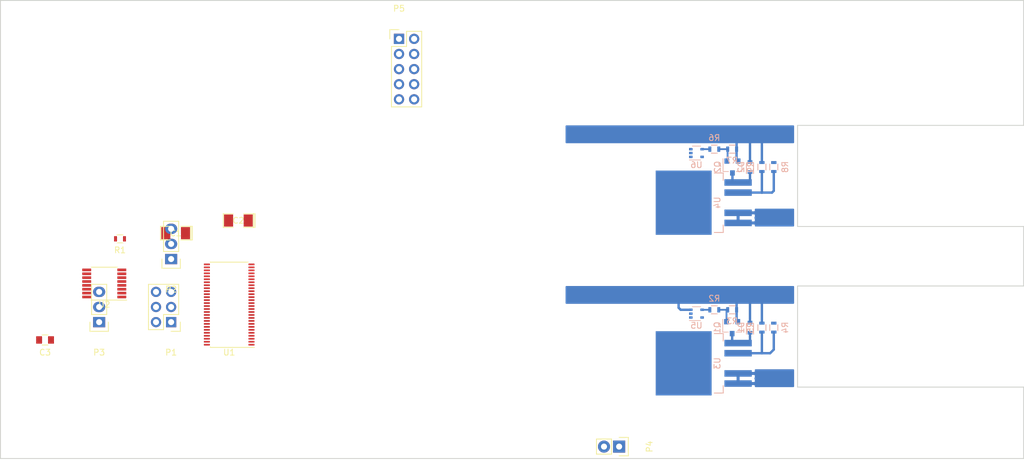
<source format=kicad_pcb>
(kicad_pcb (version 4) (host pcbnew 4.0.4+e1-6308~48~ubuntu16.04.1-stable)

  (general
    (links 64)
    (no_connects 41)
    (area 89.924999 59.924999 262.075001 137.075001)
    (thickness 1.6)
    (drawings 12)
    (tracks 45)
    (zones 0)
    (modules 27)
    (nets 26)
  )

  (page A4)
  (layers
    (0 F.Cu signal)
    (31 B.Cu signal)
    (32 B.Adhes user)
    (33 F.Adhes user)
    (34 B.Paste user)
    (35 F.Paste user)
    (36 B.SilkS user)
    (37 F.SilkS user)
    (38 B.Mask user)
    (39 F.Mask user)
    (40 Dwgs.User user)
    (41 Cmts.User user)
    (42 Eco1.User user)
    (43 Eco2.User user)
    (44 Edge.Cuts user)
    (45 Margin user)
    (46 B.CrtYd user)
    (47 F.CrtYd user)
    (48 B.Fab user)
    (49 F.Fab user)
  )

  (setup
    (last_trace_width 0.25)
    (user_trace_width 0.3)
    (user_trace_width 0.4)
    (user_trace_width 0.5)
    (user_trace_width 0.6)
    (trace_clearance 0.2)
    (zone_clearance 0.508)
    (zone_45_only no)
    (trace_min 0.2)
    (segment_width 0.2)
    (edge_width 0.15)
    (via_size 0.6)
    (via_drill 0.4)
    (via_min_size 0.4)
    (via_min_drill 0.3)
    (uvia_size 0.3)
    (uvia_drill 0.1)
    (uvias_allowed no)
    (uvia_min_size 0.2)
    (uvia_min_drill 0.1)
    (pcb_text_width 0.3)
    (pcb_text_size 1.5 1.5)
    (mod_edge_width 0.15)
    (mod_text_size 1 1)
    (mod_text_width 0.15)
    (pad_size 1.524 1.524)
    (pad_drill 0.762)
    (pad_to_mask_clearance 0.2)
    (aux_axis_origin 0 0)
    (visible_elements FFFCFF7F)
    (pcbplotparams
      (layerselection 0x00030_80000001)
      (usegerberextensions false)
      (excludeedgelayer true)
      (linewidth 0.100000)
      (plotframeref false)
      (viasonmask false)
      (mode 1)
      (useauxorigin false)
      (hpglpennumber 1)
      (hpglpenspeed 20)
      (hpglpendiameter 15)
      (hpglpenoverlay 2)
      (psnegative false)
      (psa4output false)
      (plotreference true)
      (plotvalue true)
      (plotinvisibletext false)
      (padsonsilk false)
      (subtractmaskfromsilk false)
      (outputformat 1)
      (mirror false)
      (drillshape 1)
      (scaleselection 1)
      (outputdirectory ""))
  )

  (net 0 "")
  (net 1 +3V3)
  (net 2 GND)
  (net 3 "Net-(C2-Pad1)")
  (net 4 "Net-(C3-Pad1)")
  (net 5 /SDA)
  (net 6 /SCL)
  (net 7 "Net-(P2-Pad2)")
  (net 8 "Net-(P3-Pad2)")
  (net 9 "Net-(Q1-Pad1)")
  (net 10 "Net-(D1-Pad1)")
  (net 11 "Net-(Q2-Pad1)")
  (net 12 "Net-(D2-Pad1)")
  (net 13 "Net-(R4-Pad1)")
  (net 14 /pwr_mod_1/Current_Feedback)
  (net 15 "Net-(R8-Pad1)")
  (net 16 /pwr_mod_2/Current_Feedback)
  (net 17 /pwr_mod_1/Power_Out)
  (net 18 +BATT)
  (net 19 /pwr_mod_2/Power_Out)
  (net 20 /pwr_mod_1/Power_Enanle_B)
  (net 21 "Net-(R2-Pad2)")
  (net 22 "Net-(R6-Pad2)")
  (net 23 /pwr_mod_1/Power_Enable_A)
  (net 24 /pwr_mod_2/Power_Enable_A)
  (net 25 /PWM1)

  (net_class Default "This is the default net class."
    (clearance 0.2)
    (trace_width 0.25)
    (via_dia 0.6)
    (via_drill 0.4)
    (uvia_dia 0.3)
    (uvia_drill 0.1)
    (add_net +3V3)
    (add_net +BATT)
    (add_net /PWM1)
    (add_net /SCL)
    (add_net /SDA)
    (add_net /pwr_mod_1/Current_Feedback)
    (add_net /pwr_mod_1/Power_Enable_A)
    (add_net /pwr_mod_1/Power_Enanle_B)
    (add_net /pwr_mod_1/Power_Out)
    (add_net /pwr_mod_2/Current_Feedback)
    (add_net /pwr_mod_2/Power_Enable_A)
    (add_net /pwr_mod_2/Power_Out)
    (add_net GND)
    (add_net "Net-(C2-Pad1)")
    (add_net "Net-(C3-Pad1)")
    (add_net "Net-(D1-Pad1)")
    (add_net "Net-(D2-Pad1)")
    (add_net "Net-(P2-Pad2)")
    (add_net "Net-(P3-Pad2)")
    (add_net "Net-(Q1-Pad1)")
    (add_net "Net-(Q2-Pad1)")
    (add_net "Net-(R2-Pad2)")
    (add_net "Net-(R4-Pad1)")
    (add_net "Net-(R6-Pad2)")
    (add_net "Net-(R8-Pad1)")
  )

  (module TO_SOT_Packages_SMD:TO-263-5Lead (layer B.Cu) (tedit 584FC7B4) (tstamp 584EEB30)
    (at 214 94 180)
    (descr "D2PAK / TO-263 3-lead smd package")
    (tags "D2PAK D2PAK-3 TO-263AB TO-263")
    (path /584F5DF6/584EF2BD)
    (attr smd)
    (fp_text reference U4 (at 3.5 0 450) (layer B.SilkS)
      (effects (font (size 1 1) (thickness 0.15)) (justify mirror))
    )
    (fp_text value AUIPS7111S (at 15.25 0.25 450) (layer B.Fab)
      (effects (font (size 1 1) (thickness 0.15)) (justify mirror))
    )
    (fp_line (start 14.1 -5.65) (end -2.55 -5.65) (layer B.CrtYd) (width 0.05))
    (fp_line (start 14.1 5.65) (end 14.1 -5.65) (layer B.CrtYd) (width 0.05))
    (fp_line (start 14.1 5.65) (end -2.55 5.65) (layer B.CrtYd) (width 0.05))
    (fp_line (start -2.55 5.65) (end -2.55 -5.65) (layer B.CrtYd) (width 0.05))
    (fp_line (start 2.5 -5) (end 2.5 -3.75) (layer B.SilkS) (width 0.15))
    (fp_line (start 2.5 -5) (end 4 -5) (layer B.SilkS) (width 0.15))
    (fp_line (start 2.5 5) (end 4 5) (layer B.SilkS) (width 0.15))
    (fp_line (start 2.5 5) (end 2.5 3.75) (layer B.SilkS) (width 0.15))
    (pad 5 smd rect (at 0 -3.4 180) (size 4.6 1.1) (layers B.Cu B.Paste B.Mask)
      (net 19 /pwr_mod_2/Power_Out))
    (pad 4 smd rect (at 0 -1.7 180) (size 4.6 1.1) (layers B.Cu B.Paste B.Mask)
      (net 19 /pwr_mod_2/Power_Out))
    (pad 2 smd rect (at 0 1.7 180) (size 4.6 1.1) (layers B.Cu B.Paste B.Mask)
      (net 15 "Net-(R8-Pad1)"))
    (pad 3 smd rect (at 9.15 0 180) (size 9.4 10.8) (layers B.Cu B.Paste B.Mask)
      (net 18 +BATT))
    (pad 1 smd rect (at 0 3.4 180) (size 4.6 1.1) (layers B.Cu B.Paste B.Mask)
      (net 12 "Net-(D2-Pad1)"))
    (model TO_SOT_Packages_SMD.3dshapes/TO-263-5Lead.wrl
      (at (xyz 0 0 0))
      (scale (xyz 1 1 1))
      (rotate (xyz 0 0 90))
    )
  )

  (module TO_SOT_Packages_SMD:TO-263-5Lead (layer B.Cu) (tedit 584FC727) (tstamp 584EEB26)
    (at 214 121 180)
    (descr "D2PAK / TO-263 3-lead smd package")
    (tags "D2PAK D2PAK-3 TO-263AB TO-263")
    (path /584F1774/584EF2BD)
    (attr smd)
    (fp_text reference U3 (at 3.5 0 450) (layer B.SilkS)
      (effects (font (size 1 1) (thickness 0.15)) (justify mirror))
    )
    (fp_text value AUIPS7111S (at 15.25 0.25 450) (layer B.Fab)
      (effects (font (size 1 1) (thickness 0.15)) (justify mirror))
    )
    (fp_line (start 14.1 -5.65) (end -2.55 -5.65) (layer B.CrtYd) (width 0.05))
    (fp_line (start 14.1 5.65) (end 14.1 -5.65) (layer B.CrtYd) (width 0.05))
    (fp_line (start 14.1 5.65) (end -2.55 5.65) (layer B.CrtYd) (width 0.05))
    (fp_line (start -2.55 5.65) (end -2.55 -5.65) (layer B.CrtYd) (width 0.05))
    (fp_line (start 2.5 -5) (end 2.5 -3.75) (layer B.SilkS) (width 0.15))
    (fp_line (start 2.5 -5) (end 4 -5) (layer B.SilkS) (width 0.15))
    (fp_line (start 2.5 5) (end 4 5) (layer B.SilkS) (width 0.15))
    (fp_line (start 2.5 5) (end 2.5 3.75) (layer B.SilkS) (width 0.15))
    (pad 5 smd rect (at 0 -3.4 180) (size 4.6 1.1) (layers B.Cu B.Paste B.Mask)
      (net 17 /pwr_mod_1/Power_Out))
    (pad 4 smd rect (at 0 -1.7 180) (size 4.6 1.1) (layers B.Cu B.Paste B.Mask)
      (net 17 /pwr_mod_1/Power_Out))
    (pad 2 smd rect (at 0 1.7 180) (size 4.6 1.1) (layers B.Cu B.Paste B.Mask)
      (net 13 "Net-(R4-Pad1)"))
    (pad 3 smd rect (at 9.15 0 180) (size 9.4 10.8) (layers B.Cu B.Paste B.Mask)
      (net 18 +BATT))
    (pad 1 smd rect (at 0 3.4 180) (size 4.6 1.1) (layers B.Cu B.Paste B.Mask)
      (net 10 "Net-(D1-Pad1)"))
    (model TO_SOT_Packages_SMD.3dshapes/TO-263-5Lead.wrl
      (at (xyz 0 0 0))
      (scale (xyz 1 1 1))
      (rotate (xyz 0 0 90))
    )
  )

  (module Capacitors_SMD:C_0805 (layer F.Cu) (tedit 5415D6EA) (tstamp 584EEA70)
    (at 97.498843 117.071405 180)
    (descr "Capacitor SMD 0805, reflow soldering, AVX (see smccp.pdf)")
    (tags "capacitor 0805")
    (path /584F304D)
    (attr smd)
    (fp_text reference C3 (at 0 -2.1 180) (layer F.SilkS)
      (effects (font (size 1 1) (thickness 0.15)))
    )
    (fp_text value C (at 0 2.1 180) (layer F.Fab)
      (effects (font (size 1 1) (thickness 0.15)))
    )
    (fp_line (start -1 0.625) (end -1 -0.625) (layer F.Fab) (width 0.15))
    (fp_line (start 1 0.625) (end -1 0.625) (layer F.Fab) (width 0.15))
    (fp_line (start 1 -0.625) (end 1 0.625) (layer F.Fab) (width 0.15))
    (fp_line (start -1 -0.625) (end 1 -0.625) (layer F.Fab) (width 0.15))
    (fp_line (start -1.8 -1) (end 1.8 -1) (layer F.CrtYd) (width 0.05))
    (fp_line (start -1.8 1) (end 1.8 1) (layer F.CrtYd) (width 0.05))
    (fp_line (start -1.8 -1) (end -1.8 1) (layer F.CrtYd) (width 0.05))
    (fp_line (start 1.8 -1) (end 1.8 1) (layer F.CrtYd) (width 0.05))
    (fp_line (start 0.5 -0.85) (end -0.5 -0.85) (layer F.SilkS) (width 0.15))
    (fp_line (start -0.5 0.85) (end 0.5 0.85) (layer F.SilkS) (width 0.15))
    (pad 1 smd rect (at -1 0 180) (size 1 1.25) (layers F.Cu F.Paste F.Mask)
      (net 4 "Net-(C3-Pad1)"))
    (pad 2 smd rect (at 1 0 180) (size 1 1.25) (layers F.Cu F.Paste F.Mask)
      (net 2 GND))
    (model Capacitors_SMD.3dshapes/C_0805.wrl
      (at (xyz 0 0 0))
      (scale (xyz 1 1 1))
      (rotate (xyz 0 0 0))
    )
  )

  (module TO_SOT_Packages_SMD:SOT-23 (layer B.Cu) (tedit 583F39EB) (tstamp 584EEA8F)
    (at 213 115 270)
    (descr "SOT-23, Standard")
    (tags SOT-23)
    (path /584F1774/584EF2D9)
    (attr smd)
    (fp_text reference Q1 (at 0 2.5 270) (layer B.SilkS)
      (effects (font (size 1 1) (thickness 0.15)) (justify mirror))
    )
    (fp_text value BC847CE6327HTSA1 (at 0 -2.5 270) (layer B.Fab)
      (effects (font (size 1 1) (thickness 0.15)) (justify mirror))
    )
    (fp_line (start 0.76 -1.58) (end 0.76 -0.65) (layer B.SilkS) (width 0.12))
    (fp_line (start 0.76 1.58) (end 0.76 0.65) (layer B.SilkS) (width 0.12))
    (fp_line (start 0.7 1.52) (end 0.7 -1.52) (layer B.Fab) (width 0.15))
    (fp_line (start -0.7 -1.52) (end 0.7 -1.52) (layer B.Fab) (width 0.15))
    (fp_line (start -1.7 1.75) (end 1.7 1.75) (layer B.CrtYd) (width 0.05))
    (fp_line (start 1.7 1.75) (end 1.7 -1.75) (layer B.CrtYd) (width 0.05))
    (fp_line (start 1.7 -1.75) (end -1.7 -1.75) (layer B.CrtYd) (width 0.05))
    (fp_line (start -1.7 -1.75) (end -1.7 1.75) (layer B.CrtYd) (width 0.05))
    (fp_line (start 0.76 1.58) (end -1.4 1.58) (layer B.SilkS) (width 0.12))
    (fp_line (start -0.7 1.52) (end 0.7 1.52) (layer B.Fab) (width 0.15))
    (fp_line (start -0.7 1.52) (end -0.7 -1.52) (layer B.Fab) (width 0.15))
    (fp_line (start 0.76 -1.58) (end -0.7 -1.58) (layer B.SilkS) (width 0.12))
    (pad 1 smd rect (at -1 0.95 270) (size 0.9 0.8) (layers B.Cu B.Paste B.Mask)
      (net 9 "Net-(Q1-Pad1)"))
    (pad 2 smd rect (at -1 -0.95 270) (size 0.9 0.8) (layers B.Cu B.Paste B.Mask)
      (net 2 GND))
    (pad 3 smd rect (at 1 0 270) (size 0.9 0.8) (layers B.Cu B.Paste B.Mask)
      (net 10 "Net-(D1-Pad1)"))
    (model TO_SOT_Packages_SMD.3dshapes/SOT-23.wrl
      (at (xyz 0 0 0))
      (scale (xyz 1 1 1))
      (rotate (xyz 0 0 90))
    )
  )

  (module TO_SOT_Packages_SMD:SOT-23 (layer B.Cu) (tedit 583F39EB) (tstamp 584EEA96)
    (at 213.05 88 270)
    (descr "SOT-23, Standard")
    (tags SOT-23)
    (path /584F5DF6/584EF2D9)
    (attr smd)
    (fp_text reference Q2 (at 0 2.5 270) (layer B.SilkS)
      (effects (font (size 1 1) (thickness 0.15)) (justify mirror))
    )
    (fp_text value BC847CE6327HTSA1 (at 0 -2.5 270) (layer B.Fab)
      (effects (font (size 1 1) (thickness 0.15)) (justify mirror))
    )
    (fp_line (start 0.76 -1.58) (end 0.76 -0.65) (layer B.SilkS) (width 0.12))
    (fp_line (start 0.76 1.58) (end 0.76 0.65) (layer B.SilkS) (width 0.12))
    (fp_line (start 0.7 1.52) (end 0.7 -1.52) (layer B.Fab) (width 0.15))
    (fp_line (start -0.7 -1.52) (end 0.7 -1.52) (layer B.Fab) (width 0.15))
    (fp_line (start -1.7 1.75) (end 1.7 1.75) (layer B.CrtYd) (width 0.05))
    (fp_line (start 1.7 1.75) (end 1.7 -1.75) (layer B.CrtYd) (width 0.05))
    (fp_line (start 1.7 -1.75) (end -1.7 -1.75) (layer B.CrtYd) (width 0.05))
    (fp_line (start -1.7 -1.75) (end -1.7 1.75) (layer B.CrtYd) (width 0.05))
    (fp_line (start 0.76 1.58) (end -1.4 1.58) (layer B.SilkS) (width 0.12))
    (fp_line (start -0.7 1.52) (end 0.7 1.52) (layer B.Fab) (width 0.15))
    (fp_line (start -0.7 1.52) (end -0.7 -1.52) (layer B.Fab) (width 0.15))
    (fp_line (start 0.76 -1.58) (end -0.7 -1.58) (layer B.SilkS) (width 0.12))
    (pad 1 smd rect (at -1 0.95 270) (size 0.9 0.8) (layers B.Cu B.Paste B.Mask)
      (net 11 "Net-(Q2-Pad1)"))
    (pad 2 smd rect (at -1 -0.95 270) (size 0.9 0.8) (layers B.Cu B.Paste B.Mask)
      (net 2 GND))
    (pad 3 smd rect (at 1 0 270) (size 0.9 0.8) (layers B.Cu B.Paste B.Mask)
      (net 12 "Net-(D2-Pad1)"))
    (model TO_SOT_Packages_SMD.3dshapes/SOT-23.wrl
      (at (xyz 0 0 0))
      (scale (xyz 1 1 1))
      (rotate (xyz 0 0 90))
    )
  )

  (module Resistors_SMD:R_0603 (layer F.Cu) (tedit 58307A47) (tstamp 584EEA9C)
    (at 110.098842 100.071406 180)
    (descr "Resistor SMD 0603, reflow soldering, Vishay (see dcrcw.pdf)")
    (tags "resistor 0603")
    (path /584EFEAE)
    (attr smd)
    (fp_text reference R1 (at 0 -1.9 180) (layer F.SilkS)
      (effects (font (size 1 1) (thickness 0.15)))
    )
    (fp_text value R (at 0 1.9 180) (layer F.Fab)
      (effects (font (size 1 1) (thickness 0.15)))
    )
    (fp_line (start -0.8 0.4) (end -0.8 -0.4) (layer F.Fab) (width 0.1))
    (fp_line (start 0.8 0.4) (end -0.8 0.4) (layer F.Fab) (width 0.1))
    (fp_line (start 0.8 -0.4) (end 0.8 0.4) (layer F.Fab) (width 0.1))
    (fp_line (start -0.8 -0.4) (end 0.8 -0.4) (layer F.Fab) (width 0.1))
    (fp_line (start -1.3 -0.8) (end 1.3 -0.8) (layer F.CrtYd) (width 0.05))
    (fp_line (start -1.3 0.8) (end 1.3 0.8) (layer F.CrtYd) (width 0.05))
    (fp_line (start -1.3 -0.8) (end -1.3 0.8) (layer F.CrtYd) (width 0.05))
    (fp_line (start 1.3 -0.8) (end 1.3 0.8) (layer F.CrtYd) (width 0.05))
    (fp_line (start 0.5 0.675) (end -0.5 0.675) (layer F.SilkS) (width 0.15))
    (fp_line (start -0.5 -0.675) (end 0.5 -0.675) (layer F.SilkS) (width 0.15))
    (pad 1 smd rect (at -0.75 0 180) (size 0.5 0.9) (layers F.Cu F.Paste F.Mask)
      (net 3 "Net-(C2-Pad1)"))
    (pad 2 smd rect (at 0.75 0 180) (size 0.5 0.9) (layers F.Cu F.Paste F.Mask)
      (net 1 +3V3))
    (model Resistors_SMD.3dshapes/R_0603.wrl
      (at (xyz 0 0 0))
      (scale (xyz 1 1 1))
      (rotate (xyz 0 0 0))
    )
  )

  (module Resistors_SMD:R_0603 (layer B.Cu) (tedit 58307A47) (tstamp 584EEAA2)
    (at 210 112 180)
    (descr "Resistor SMD 0603, reflow soldering, Vishay (see dcrcw.pdf)")
    (tags "resistor 0603")
    (path /584F1774/584EF2CB)
    (attr smd)
    (fp_text reference R2 (at 0 1.9 180) (layer B.SilkS)
      (effects (font (size 1 1) (thickness 0.15)) (justify mirror))
    )
    (fp_text value R (at 0 -1.9 180) (layer B.Fab)
      (effects (font (size 1 1) (thickness 0.15)) (justify mirror))
    )
    (fp_line (start -0.8 -0.4) (end -0.8 0.4) (layer B.Fab) (width 0.1))
    (fp_line (start 0.8 -0.4) (end -0.8 -0.4) (layer B.Fab) (width 0.1))
    (fp_line (start 0.8 0.4) (end 0.8 -0.4) (layer B.Fab) (width 0.1))
    (fp_line (start -0.8 0.4) (end 0.8 0.4) (layer B.Fab) (width 0.1))
    (fp_line (start -1.3 0.8) (end 1.3 0.8) (layer B.CrtYd) (width 0.05))
    (fp_line (start -1.3 -0.8) (end 1.3 -0.8) (layer B.CrtYd) (width 0.05))
    (fp_line (start -1.3 0.8) (end -1.3 -0.8) (layer B.CrtYd) (width 0.05))
    (fp_line (start 1.3 0.8) (end 1.3 -0.8) (layer B.CrtYd) (width 0.05))
    (fp_line (start 0.5 -0.675) (end -0.5 -0.675) (layer B.SilkS) (width 0.15))
    (fp_line (start -0.5 0.675) (end 0.5 0.675) (layer B.SilkS) (width 0.15))
    (pad 1 smd rect (at -0.75 0 180) (size 0.5 0.9) (layers B.Cu B.Paste B.Mask)
      (net 9 "Net-(Q1-Pad1)"))
    (pad 2 smd rect (at 0.75 0 180) (size 0.5 0.9) (layers B.Cu B.Paste B.Mask)
      (net 21 "Net-(R2-Pad2)"))
    (model Resistors_SMD.3dshapes/R_0603.wrl
      (at (xyz 0 0 0))
      (scale (xyz 1 1 1))
      (rotate (xyz 0 0 0))
    )
  )

  (module Resistors_SMD:R_0603 (layer B.Cu) (tedit 58307A47) (tstamp 584EEAA8)
    (at 213 112)
    (descr "Resistor SMD 0603, reflow soldering, Vishay (see dcrcw.pdf)")
    (tags "resistor 0603")
    (path /584F1774/584EF2C4)
    (attr smd)
    (fp_text reference R3 (at 0 1.9) (layer B.SilkS)
      (effects (font (size 1 1) (thickness 0.15)) (justify mirror))
    )
    (fp_text value R (at 0 -1.9) (layer B.Fab)
      (effects (font (size 1 1) (thickness 0.15)) (justify mirror))
    )
    (fp_line (start -0.8 -0.4) (end -0.8 0.4) (layer B.Fab) (width 0.1))
    (fp_line (start 0.8 -0.4) (end -0.8 -0.4) (layer B.Fab) (width 0.1))
    (fp_line (start 0.8 0.4) (end 0.8 -0.4) (layer B.Fab) (width 0.1))
    (fp_line (start -0.8 0.4) (end 0.8 0.4) (layer B.Fab) (width 0.1))
    (fp_line (start -1.3 0.8) (end 1.3 0.8) (layer B.CrtYd) (width 0.05))
    (fp_line (start -1.3 -0.8) (end 1.3 -0.8) (layer B.CrtYd) (width 0.05))
    (fp_line (start -1.3 0.8) (end -1.3 -0.8) (layer B.CrtYd) (width 0.05))
    (fp_line (start 1.3 0.8) (end 1.3 -0.8) (layer B.CrtYd) (width 0.05))
    (fp_line (start 0.5 -0.675) (end -0.5 -0.675) (layer B.SilkS) (width 0.15))
    (fp_line (start -0.5 0.675) (end 0.5 0.675) (layer B.SilkS) (width 0.15))
    (pad 1 smd rect (at -0.75 0) (size 0.5 0.9) (layers B.Cu B.Paste B.Mask)
      (net 9 "Net-(Q1-Pad1)"))
    (pad 2 smd rect (at 0.75 0) (size 0.5 0.9) (layers B.Cu B.Paste B.Mask)
      (net 2 GND))
    (model Resistors_SMD.3dshapes/R_0603.wrl
      (at (xyz 0 0 0))
      (scale (xyz 1 1 1))
      (rotate (xyz 0 0 0))
    )
  )

  (module Resistors_SMD:R_0603 (layer B.Cu) (tedit 58307A47) (tstamp 584EEAAE)
    (at 220 115 90)
    (descr "Resistor SMD 0603, reflow soldering, Vishay (see dcrcw.pdf)")
    (tags "resistor 0603")
    (path /584F1774/584EF2E7)
    (attr smd)
    (fp_text reference R4 (at 0 1.9 90) (layer B.SilkS)
      (effects (font (size 1 1) (thickness 0.15)) (justify mirror))
    )
    (fp_text value R (at 0 -1.9 90) (layer B.Fab)
      (effects (font (size 1 1) (thickness 0.15)) (justify mirror))
    )
    (fp_line (start -0.8 -0.4) (end -0.8 0.4) (layer B.Fab) (width 0.1))
    (fp_line (start 0.8 -0.4) (end -0.8 -0.4) (layer B.Fab) (width 0.1))
    (fp_line (start 0.8 0.4) (end 0.8 -0.4) (layer B.Fab) (width 0.1))
    (fp_line (start -0.8 0.4) (end 0.8 0.4) (layer B.Fab) (width 0.1))
    (fp_line (start -1.3 0.8) (end 1.3 0.8) (layer B.CrtYd) (width 0.05))
    (fp_line (start -1.3 -0.8) (end 1.3 -0.8) (layer B.CrtYd) (width 0.05))
    (fp_line (start -1.3 0.8) (end -1.3 -0.8) (layer B.CrtYd) (width 0.05))
    (fp_line (start 1.3 0.8) (end 1.3 -0.8) (layer B.CrtYd) (width 0.05))
    (fp_line (start 0.5 -0.675) (end -0.5 -0.675) (layer B.SilkS) (width 0.15))
    (fp_line (start -0.5 0.675) (end 0.5 0.675) (layer B.SilkS) (width 0.15))
    (pad 1 smd rect (at -0.75 0 90) (size 0.5 0.9) (layers B.Cu B.Paste B.Mask)
      (net 13 "Net-(R4-Pad1)"))
    (pad 2 smd rect (at 0.75 0 90) (size 0.5 0.9) (layers B.Cu B.Paste B.Mask)
      (net 14 /pwr_mod_1/Current_Feedback))
    (model Resistors_SMD.3dshapes/R_0603.wrl
      (at (xyz 0 0 0))
      (scale (xyz 1 1 1))
      (rotate (xyz 0 0 0))
    )
  )

  (module Resistors_SMD:R_0603 (layer B.Cu) (tedit 58307A47) (tstamp 584EEAB4)
    (at 218 115 270)
    (descr "Resistor SMD 0603, reflow soldering, Vishay (see dcrcw.pdf)")
    (tags "resistor 0603")
    (path /584F1774/584EF2D2)
    (attr smd)
    (fp_text reference R5 (at 0 1.9 270) (layer B.SilkS)
      (effects (font (size 1 1) (thickness 0.15)) (justify mirror))
    )
    (fp_text value R (at 0 -1.9 270) (layer B.Fab)
      (effects (font (size 1 1) (thickness 0.15)) (justify mirror))
    )
    (fp_line (start -0.8 -0.4) (end -0.8 0.4) (layer B.Fab) (width 0.1))
    (fp_line (start 0.8 -0.4) (end -0.8 -0.4) (layer B.Fab) (width 0.1))
    (fp_line (start 0.8 0.4) (end 0.8 -0.4) (layer B.Fab) (width 0.1))
    (fp_line (start -0.8 0.4) (end 0.8 0.4) (layer B.Fab) (width 0.1))
    (fp_line (start -1.3 0.8) (end 1.3 0.8) (layer B.CrtYd) (width 0.05))
    (fp_line (start -1.3 -0.8) (end 1.3 -0.8) (layer B.CrtYd) (width 0.05))
    (fp_line (start -1.3 0.8) (end -1.3 -0.8) (layer B.CrtYd) (width 0.05))
    (fp_line (start 1.3 0.8) (end 1.3 -0.8) (layer B.CrtYd) (width 0.05))
    (fp_line (start 0.5 -0.675) (end -0.5 -0.675) (layer B.SilkS) (width 0.15))
    (fp_line (start -0.5 0.675) (end 0.5 0.675) (layer B.SilkS) (width 0.15))
    (pad 1 smd rect (at -0.75 0 270) (size 0.5 0.9) (layers B.Cu B.Paste B.Mask)
      (net 2 GND))
    (pad 2 smd rect (at 0.75 0 270) (size 0.5 0.9) (layers B.Cu B.Paste B.Mask)
      (net 13 "Net-(R4-Pad1)"))
    (model Resistors_SMD.3dshapes/R_0603.wrl
      (at (xyz 0 0 0))
      (scale (xyz 1 1 1))
      (rotate (xyz 0 0 0))
    )
  )

  (module Resistors_SMD:R_0603 (layer B.Cu) (tedit 58307A47) (tstamp 584EEABA)
    (at 210 85 180)
    (descr "Resistor SMD 0603, reflow soldering, Vishay (see dcrcw.pdf)")
    (tags "resistor 0603")
    (path /584F5DF6/584EF2CB)
    (attr smd)
    (fp_text reference R6 (at 0 1.9 180) (layer B.SilkS)
      (effects (font (size 1 1) (thickness 0.15)) (justify mirror))
    )
    (fp_text value R (at 0 -1.9 180) (layer B.Fab)
      (effects (font (size 1 1) (thickness 0.15)) (justify mirror))
    )
    (fp_line (start -0.8 -0.4) (end -0.8 0.4) (layer B.Fab) (width 0.1))
    (fp_line (start 0.8 -0.4) (end -0.8 -0.4) (layer B.Fab) (width 0.1))
    (fp_line (start 0.8 0.4) (end 0.8 -0.4) (layer B.Fab) (width 0.1))
    (fp_line (start -0.8 0.4) (end 0.8 0.4) (layer B.Fab) (width 0.1))
    (fp_line (start -1.3 0.8) (end 1.3 0.8) (layer B.CrtYd) (width 0.05))
    (fp_line (start -1.3 -0.8) (end 1.3 -0.8) (layer B.CrtYd) (width 0.05))
    (fp_line (start -1.3 0.8) (end -1.3 -0.8) (layer B.CrtYd) (width 0.05))
    (fp_line (start 1.3 0.8) (end 1.3 -0.8) (layer B.CrtYd) (width 0.05))
    (fp_line (start 0.5 -0.675) (end -0.5 -0.675) (layer B.SilkS) (width 0.15))
    (fp_line (start -0.5 0.675) (end 0.5 0.675) (layer B.SilkS) (width 0.15))
    (pad 1 smd rect (at -0.75 0 180) (size 0.5 0.9) (layers B.Cu B.Paste B.Mask)
      (net 11 "Net-(Q2-Pad1)"))
    (pad 2 smd rect (at 0.75 0 180) (size 0.5 0.9) (layers B.Cu B.Paste B.Mask)
      (net 22 "Net-(R6-Pad2)"))
    (model Resistors_SMD.3dshapes/R_0603.wrl
      (at (xyz 0 0 0))
      (scale (xyz 1 1 1))
      (rotate (xyz 0 0 0))
    )
  )

  (module Resistors_SMD:R_0603 (layer B.Cu) (tedit 58307A47) (tstamp 584EEAC0)
    (at 213 85)
    (descr "Resistor SMD 0603, reflow soldering, Vishay (see dcrcw.pdf)")
    (tags "resistor 0603")
    (path /584F5DF6/584EF2C4)
    (attr smd)
    (fp_text reference R7 (at 0 1.9) (layer B.SilkS)
      (effects (font (size 1 1) (thickness 0.15)) (justify mirror))
    )
    (fp_text value R (at 0 -1.9) (layer B.Fab)
      (effects (font (size 1 1) (thickness 0.15)) (justify mirror))
    )
    (fp_line (start -0.8 -0.4) (end -0.8 0.4) (layer B.Fab) (width 0.1))
    (fp_line (start 0.8 -0.4) (end -0.8 -0.4) (layer B.Fab) (width 0.1))
    (fp_line (start 0.8 0.4) (end 0.8 -0.4) (layer B.Fab) (width 0.1))
    (fp_line (start -0.8 0.4) (end 0.8 0.4) (layer B.Fab) (width 0.1))
    (fp_line (start -1.3 0.8) (end 1.3 0.8) (layer B.CrtYd) (width 0.05))
    (fp_line (start -1.3 -0.8) (end 1.3 -0.8) (layer B.CrtYd) (width 0.05))
    (fp_line (start -1.3 0.8) (end -1.3 -0.8) (layer B.CrtYd) (width 0.05))
    (fp_line (start 1.3 0.8) (end 1.3 -0.8) (layer B.CrtYd) (width 0.05))
    (fp_line (start 0.5 -0.675) (end -0.5 -0.675) (layer B.SilkS) (width 0.15))
    (fp_line (start -0.5 0.675) (end 0.5 0.675) (layer B.SilkS) (width 0.15))
    (pad 1 smd rect (at -0.75 0) (size 0.5 0.9) (layers B.Cu B.Paste B.Mask)
      (net 11 "Net-(Q2-Pad1)"))
    (pad 2 smd rect (at 0.75 0) (size 0.5 0.9) (layers B.Cu B.Paste B.Mask)
      (net 2 GND))
    (model Resistors_SMD.3dshapes/R_0603.wrl
      (at (xyz 0 0 0))
      (scale (xyz 1 1 1))
      (rotate (xyz 0 0 0))
    )
  )

  (module Resistors_SMD:R_0603 (layer B.Cu) (tedit 58307A47) (tstamp 584EEAC6)
    (at 220 88 90)
    (descr "Resistor SMD 0603, reflow soldering, Vishay (see dcrcw.pdf)")
    (tags "resistor 0603")
    (path /584F5DF6/584EF2E7)
    (attr smd)
    (fp_text reference R8 (at 0 1.9 90) (layer B.SilkS)
      (effects (font (size 1 1) (thickness 0.15)) (justify mirror))
    )
    (fp_text value R (at 0 -1.9 90) (layer B.Fab)
      (effects (font (size 1 1) (thickness 0.15)) (justify mirror))
    )
    (fp_line (start -0.8 -0.4) (end -0.8 0.4) (layer B.Fab) (width 0.1))
    (fp_line (start 0.8 -0.4) (end -0.8 -0.4) (layer B.Fab) (width 0.1))
    (fp_line (start 0.8 0.4) (end 0.8 -0.4) (layer B.Fab) (width 0.1))
    (fp_line (start -0.8 0.4) (end 0.8 0.4) (layer B.Fab) (width 0.1))
    (fp_line (start -1.3 0.8) (end 1.3 0.8) (layer B.CrtYd) (width 0.05))
    (fp_line (start -1.3 -0.8) (end 1.3 -0.8) (layer B.CrtYd) (width 0.05))
    (fp_line (start -1.3 0.8) (end -1.3 -0.8) (layer B.CrtYd) (width 0.05))
    (fp_line (start 1.3 0.8) (end 1.3 -0.8) (layer B.CrtYd) (width 0.05))
    (fp_line (start 0.5 -0.675) (end -0.5 -0.675) (layer B.SilkS) (width 0.15))
    (fp_line (start -0.5 0.675) (end 0.5 0.675) (layer B.SilkS) (width 0.15))
    (pad 1 smd rect (at -0.75 0 90) (size 0.5 0.9) (layers B.Cu B.Paste B.Mask)
      (net 15 "Net-(R8-Pad1)"))
    (pad 2 smd rect (at 0.75 0 90) (size 0.5 0.9) (layers B.Cu B.Paste B.Mask)
      (net 16 /pwr_mod_2/Current_Feedback))
    (model Resistors_SMD.3dshapes/R_0603.wrl
      (at (xyz 0 0 0))
      (scale (xyz 1 1 1))
      (rotate (xyz 0 0 0))
    )
  )

  (module Resistors_SMD:R_0603 (layer B.Cu) (tedit 58307A47) (tstamp 584EEACC)
    (at 218 88 270)
    (descr "Resistor SMD 0603, reflow soldering, Vishay (see dcrcw.pdf)")
    (tags "resistor 0603")
    (path /584F5DF6/584EF2D2)
    (attr smd)
    (fp_text reference R9 (at 0 1.9 270) (layer B.SilkS)
      (effects (font (size 1 1) (thickness 0.15)) (justify mirror))
    )
    (fp_text value R (at 0 -1.9 270) (layer B.Fab)
      (effects (font (size 1 1) (thickness 0.15)) (justify mirror))
    )
    (fp_line (start -0.8 -0.4) (end -0.8 0.4) (layer B.Fab) (width 0.1))
    (fp_line (start 0.8 -0.4) (end -0.8 -0.4) (layer B.Fab) (width 0.1))
    (fp_line (start 0.8 0.4) (end 0.8 -0.4) (layer B.Fab) (width 0.1))
    (fp_line (start -0.8 0.4) (end 0.8 0.4) (layer B.Fab) (width 0.1))
    (fp_line (start -1.3 0.8) (end 1.3 0.8) (layer B.CrtYd) (width 0.05))
    (fp_line (start -1.3 -0.8) (end 1.3 -0.8) (layer B.CrtYd) (width 0.05))
    (fp_line (start -1.3 0.8) (end -1.3 -0.8) (layer B.CrtYd) (width 0.05))
    (fp_line (start 1.3 0.8) (end 1.3 -0.8) (layer B.CrtYd) (width 0.05))
    (fp_line (start 0.5 -0.675) (end -0.5 -0.675) (layer B.SilkS) (width 0.15))
    (fp_line (start -0.5 0.675) (end 0.5 0.675) (layer B.SilkS) (width 0.15))
    (pad 1 smd rect (at -0.75 0 270) (size 0.5 0.9) (layers B.Cu B.Paste B.Mask)
      (net 2 GND))
    (pad 2 smd rect (at 0.75 0 270) (size 0.5 0.9) (layers B.Cu B.Paste B.Mask)
      (net 15 "Net-(R8-Pad1)"))
    (model Resistors_SMD.3dshapes/R_0603.wrl
      (at (xyz 0 0 0))
      (scale (xyz 1 1 1))
      (rotate (xyz 0 0 0))
    )
  )

  (module Housings_SSOP:TSSOP-56_6.1x14mm_Pitch0.5mm (layer F.Cu) (tedit 57AFB1BC) (tstamp 584EEB08)
    (at 128.448842 111.121405 180)
    (descr "TSSOP56: plastic thin shrink small outline package; 56 leads; body width 6.1 mm (see NXP SSOP-TSSOP-VSO-REFLOW.pdf and sot364-1_po.pdf)")
    (tags "SSOP 0.5")
    (path /584F3E56)
    (attr smd)
    (fp_text reference U1 (at 0 -8.05 180) (layer F.SilkS)
      (effects (font (size 1 1) (thickness 0.15)))
    )
    (fp_text value PCA9698 (at 0 8.05 180) (layer F.Fab)
      (effects (font (size 1 1) (thickness 0.15)))
    )
    (fp_line (start -2.05 -7) (end 3.05 -7) (layer F.Fab) (width 0.15))
    (fp_line (start 3.05 -7) (end 3.05 7) (layer F.Fab) (width 0.15))
    (fp_line (start 3.05 7) (end -3.05 7) (layer F.Fab) (width 0.15))
    (fp_line (start -3.05 7) (end -3.05 -6) (layer F.Fab) (width 0.15))
    (fp_line (start -3.05 -6) (end -2.05 -7) (layer F.Fab) (width 0.15))
    (fp_line (start -4.5 -7.3) (end -4.5 7.3) (layer F.CrtYd) (width 0.05))
    (fp_line (start 4.5 -7.3) (end 4.5 7.3) (layer F.CrtYd) (width 0.05))
    (fp_line (start -4.5 -7.3) (end 4.5 -7.3) (layer F.CrtYd) (width 0.05))
    (fp_line (start -4.5 7.3) (end 4.5 7.3) (layer F.CrtYd) (width 0.05))
    (fp_line (start 3.175 -7.125) (end 3.175 -7.1175) (layer F.SilkS) (width 0.15))
    (fp_line (start 3.175 7.125) (end 3.175 7.1175) (layer F.SilkS) (width 0.15))
    (fp_line (start -3.175 7.125) (end -3.175 7.1175) (layer F.SilkS) (width 0.15))
    (fp_line (start -4.25 -7.2) (end 3.175 -7.2) (layer F.SilkS) (width 0.15))
    (fp_line (start -3.175 7.125) (end 3.175 7.125) (layer F.SilkS) (width 0.15))
    (pad 1 smd rect (at -3.75 -6.75 180) (size 1 0.285) (layers F.Cu F.Paste F.Mask)
      (net 5 /SDA))
    (pad 2 smd rect (at -3.75 -6.25 180) (size 1 0.285) (layers F.Cu F.Paste F.Mask)
      (net 6 /SCL))
    (pad 3 smd rect (at -3.75 -5.75 180) (size 1 0.285) (layers F.Cu F.Paste F.Mask)
      (net 23 /pwr_mod_1/Power_Enable_A))
    (pad 4 smd rect (at -3.75 -5.25 180) (size 1 0.285) (layers F.Cu F.Paste F.Mask)
      (net 24 /pwr_mod_2/Power_Enable_A))
    (pad 5 smd rect (at -3.75 -4.75 180) (size 1 0.285) (layers F.Cu F.Paste F.Mask))
    (pad 6 smd rect (at -3.75 -4.25 180) (size 1 0.285) (layers F.Cu F.Paste F.Mask)
      (net 2 GND))
    (pad 7 smd rect (at -3.75 -3.75 180) (size 1 0.285) (layers F.Cu F.Paste F.Mask))
    (pad 8 smd rect (at -3.75 -3.25 180) (size 1 0.285) (layers F.Cu F.Paste F.Mask))
    (pad 9 smd rect (at -3.75 -2.75 180) (size 1 0.285) (layers F.Cu F.Paste F.Mask))
    (pad 10 smd rect (at -3.75 -2.25 180) (size 1 0.285) (layers F.Cu F.Paste F.Mask))
    (pad 11 smd rect (at -3.75 -1.75 180) (size 1 0.285) (layers F.Cu F.Paste F.Mask)
      (net 2 GND))
    (pad 12 smd rect (at -3.75 -1.25 180) (size 1 0.285) (layers F.Cu F.Paste F.Mask))
    (pad 13 smd rect (at -3.75 -0.75 180) (size 1 0.285) (layers F.Cu F.Paste F.Mask))
    (pad 14 smd rect (at -3.75 -0.25 180) (size 1 0.285) (layers F.Cu F.Paste F.Mask))
    (pad 15 smd rect (at -3.75 0.25 180) (size 1 0.285) (layers F.Cu F.Paste F.Mask))
    (pad 16 smd rect (at -3.75 0.75 180) (size 1 0.285) (layers F.Cu F.Paste F.Mask))
    (pad 17 smd rect (at -3.75 1.25 180) (size 1 0.285) (layers F.Cu F.Paste F.Mask))
    (pad 18 smd rect (at -3.75 1.75 180) (size 1 0.285) (layers F.Cu F.Paste F.Mask)
      (net 1 +3V3))
    (pad 19 smd rect (at -3.75 2.25 180) (size 1 0.285) (layers F.Cu F.Paste F.Mask))
    (pad 20 smd rect (at -3.75 2.75 180) (size 1 0.285) (layers F.Cu F.Paste F.Mask))
    (pad 21 smd rect (at -3.75 3.25 180) (size 1 0.285) (layers F.Cu F.Paste F.Mask))
    (pad 22 smd rect (at -3.75 3.75 180) (size 1 0.285) (layers F.Cu F.Paste F.Mask))
    (pad 23 smd rect (at -3.75 4.25 180) (size 1 0.285) (layers F.Cu F.Paste F.Mask)
      (net 2 GND))
    (pad 24 smd rect (at -3.75 4.75 180) (size 1 0.285) (layers F.Cu F.Paste F.Mask))
    (pad 25 smd rect (at -3.75 5.25 180) (size 1 0.285) (layers F.Cu F.Paste F.Mask))
    (pad 26 smd rect (at -3.75 5.75 180) (size 1 0.285) (layers F.Cu F.Paste F.Mask))
    (pad 27 smd rect (at -3.75 6.25 180) (size 1 0.285) (layers F.Cu F.Paste F.Mask))
    (pad 28 smd rect (at -3.75 6.75 180) (size 1 0.285) (layers F.Cu F.Paste F.Mask))
    (pad 29 smd rect (at 3.75 6.75 180) (size 1 0.285) (layers F.Cu F.Paste F.Mask))
    (pad 30 smd rect (at 3.75 6.25 180) (size 1 0.285) (layers F.Cu F.Paste F.Mask))
    (pad 31 smd rect (at 3.75 5.75 180) (size 1 0.285) (layers F.Cu F.Paste F.Mask))
    (pad 32 smd rect (at 3.75 5.25 180) (size 1 0.285) (layers F.Cu F.Paste F.Mask))
    (pad 33 smd rect (at 3.75 4.75 180) (size 1 0.285) (layers F.Cu F.Paste F.Mask))
    (pad 34 smd rect (at 3.75 4.25 180) (size 1 0.285) (layers F.Cu F.Paste F.Mask)
      (net 2 GND))
    (pad 35 smd rect (at 3.75 3.75 180) (size 1 0.285) (layers F.Cu F.Paste F.Mask))
    (pad 36 smd rect (at 3.75 3.25 180) (size 1 0.285) (layers F.Cu F.Paste F.Mask))
    (pad 37 smd rect (at 3.75 2.75 180) (size 1 0.285) (layers F.Cu F.Paste F.Mask))
    (pad 38 smd rect (at 3.75 2.25 180) (size 1 0.285) (layers F.Cu F.Paste F.Mask))
    (pad 39 smd rect (at 3.75 1.75 180) (size 1 0.285) (layers F.Cu F.Paste F.Mask)
      (net 2 GND))
    (pad 40 smd rect (at 3.75 1.25 180) (size 1 0.285) (layers F.Cu F.Paste F.Mask))
    (pad 41 smd rect (at 3.75 0.75 180) (size 1 0.285) (layers F.Cu F.Paste F.Mask))
    (pad 42 smd rect (at 3.75 0.25 180) (size 1 0.285) (layers F.Cu F.Paste F.Mask))
    (pad 43 smd rect (at 3.75 -0.25 180) (size 1 0.285) (layers F.Cu F.Paste F.Mask))
    (pad 44 smd rect (at 3.75 -0.75 180) (size 1 0.285) (layers F.Cu F.Paste F.Mask))
    (pad 45 smd rect (at 3.75 -1.25 180) (size 1 0.285) (layers F.Cu F.Paste F.Mask))
    (pad 46 smd rect (at 3.75 -1.75 180) (size 1 0.285) (layers F.Cu F.Paste F.Mask)
      (net 1 +3V3))
    (pad 47 smd rect (at 3.75 -2.25 180) (size 1 0.285) (layers F.Cu F.Paste F.Mask))
    (pad 48 smd rect (at 3.75 -2.75 180) (size 1 0.285) (layers F.Cu F.Paste F.Mask))
    (pad 49 smd rect (at 3.75 -3.25 180) (size 1 0.285) (layers F.Cu F.Paste F.Mask))
    (pad 50 smd rect (at 3.75 -3.75 180) (size 1 0.285) (layers F.Cu F.Paste F.Mask))
    (pad 51 smd rect (at 3.75 -4.25 180) (size 1 0.285) (layers F.Cu F.Paste F.Mask)
      (net 2 GND))
    (pad 52 smd rect (at 3.75 -4.75 180) (size 1 0.285) (layers F.Cu F.Paste F.Mask))
    (pad 53 smd rect (at 3.75 -5.25 180) (size 1 0.285) (layers F.Cu F.Paste F.Mask))
    (pad 54 smd rect (at 3.75 -5.75 180) (size 1 0.285) (layers F.Cu F.Paste F.Mask))
    (pad 55 smd rect (at 3.75 -6.25 180) (size 1 0.285) (layers F.Cu F.Paste F.Mask))
    (pad 56 smd rect (at 3.75 -6.75 180) (size 1 0.285) (layers F.Cu F.Paste F.Mask))
    (model Housings_SSOP.3dshapes/TSSOP-56_6.1x14mm_Pitch0.5mm.wrl
      (at (xyz 0 0 0))
      (scale (xyz 1 1 1))
      (rotate (xyz 0 0 0))
    )
  )

  (module Housings_SSOP:TSSOP-16_4.4x5mm_Pitch0.65mm (layer F.Cu) (tedit 54130A77) (tstamp 584EEB1C)
    (at 107.448843 107.571405 180)
    (descr "16-Lead Plastic Thin Shrink Small Outline (ST)-4.4 mm Body [TSSOP] (see Microchip Packaging Specification 00000049BS.pdf)")
    (tags "SSOP 0.65")
    (path /584EEB52)
    (attr smd)
    (fp_text reference U2 (at 0 -3.55 180) (layer F.SilkS)
      (effects (font (size 1 1) (thickness 0.15)))
    )
    (fp_text value ADS7828 (at 0 3.55 180) (layer F.Fab)
      (effects (font (size 1 1) (thickness 0.15)))
    )
    (fp_line (start -1.2 -2.5) (end 2.2 -2.5) (layer F.Fab) (width 0.15))
    (fp_line (start 2.2 -2.5) (end 2.2 2.5) (layer F.Fab) (width 0.15))
    (fp_line (start 2.2 2.5) (end -2.2 2.5) (layer F.Fab) (width 0.15))
    (fp_line (start -2.2 2.5) (end -2.2 -1.5) (layer F.Fab) (width 0.15))
    (fp_line (start -2.2 -1.5) (end -1.2 -2.5) (layer F.Fab) (width 0.15))
    (fp_line (start -3.95 -2.9) (end -3.95 2.8) (layer F.CrtYd) (width 0.05))
    (fp_line (start 3.95 -2.9) (end 3.95 2.8) (layer F.CrtYd) (width 0.05))
    (fp_line (start -3.95 -2.9) (end 3.95 -2.9) (layer F.CrtYd) (width 0.05))
    (fp_line (start -3.95 2.8) (end 3.95 2.8) (layer F.CrtYd) (width 0.05))
    (fp_line (start -2.2 2.725) (end 2.2 2.725) (layer F.SilkS) (width 0.15))
    (fp_line (start -3.775 -2.8) (end 2.2 -2.8) (layer F.SilkS) (width 0.15))
    (pad 1 smd rect (at -2.95 -2.275 180) (size 1.5 0.45) (layers F.Cu F.Paste F.Mask)
      (net 14 /pwr_mod_1/Current_Feedback))
    (pad 2 smd rect (at -2.95 -1.625 180) (size 1.5 0.45) (layers F.Cu F.Paste F.Mask)
      (net 16 /pwr_mod_2/Current_Feedback))
    (pad 3 smd rect (at -2.95 -0.975 180) (size 1.5 0.45) (layers F.Cu F.Paste F.Mask))
    (pad 4 smd rect (at -2.95 -0.325 180) (size 1.5 0.45) (layers F.Cu F.Paste F.Mask))
    (pad 5 smd rect (at -2.95 0.325 180) (size 1.5 0.45) (layers F.Cu F.Paste F.Mask))
    (pad 6 smd rect (at -2.95 0.975 180) (size 1.5 0.45) (layers F.Cu F.Paste F.Mask))
    (pad 7 smd rect (at -2.95 1.625 180) (size 1.5 0.45) (layers F.Cu F.Paste F.Mask))
    (pad 8 smd rect (at -2.95 2.275 180) (size 1.5 0.45) (layers F.Cu F.Paste F.Mask))
    (pad 9 smd rect (at 2.95 2.275 180) (size 1.5 0.45) (layers F.Cu F.Paste F.Mask)
      (net 2 GND))
    (pad 10 smd rect (at 2.95 1.625 180) (size 1.5 0.45) (layers F.Cu F.Paste F.Mask)
      (net 4 "Net-(C3-Pad1)"))
    (pad 11 smd rect (at 2.95 0.975 180) (size 1.5 0.45) (layers F.Cu F.Paste F.Mask)
      (net 2 GND))
    (pad 12 smd rect (at 2.95 0.325 180) (size 1.5 0.45) (layers F.Cu F.Paste F.Mask)
      (net 8 "Net-(P3-Pad2)"))
    (pad 13 smd rect (at 2.95 -0.325 180) (size 1.5 0.45) (layers F.Cu F.Paste F.Mask)
      (net 7 "Net-(P2-Pad2)"))
    (pad 14 smd rect (at 2.95 -0.975 180) (size 1.5 0.45) (layers F.Cu F.Paste F.Mask)
      (net 6 /SCL))
    (pad 15 smd rect (at 2.95 -1.625 180) (size 1.5 0.45) (layers F.Cu F.Paste F.Mask)
      (net 5 /SDA))
    (pad 16 smd rect (at 2.95 -2.275 180) (size 1.5 0.45) (layers F.Cu F.Paste F.Mask)
      (net 3 "Net-(C2-Pad1)"))
    (model Housings_SSOP.3dshapes/TSSOP-16_4.4x5mm_Pitch0.65mm.wrl
      (at (xyz 0 0 0))
      (scale (xyz 1 1 1))
      (rotate (xyz 0 0 0))
    )
  )

  (module Pin_Headers:Pin_Header_Straight_2x03 (layer F.Cu) (tedit 54EA0A4B) (tstamp 584EEC0D)
    (at 118.69051 114.071406 180)
    (descr "Through hole pin header")
    (tags "pin header")
    (path /584F36AD)
    (fp_text reference P1 (at 0 -5.1 180) (layer F.SilkS)
      (effects (font (size 1 1) (thickness 0.15)))
    )
    (fp_text value CONN_02X03 (at 0 -3.1 180) (layer F.Fab)
      (effects (font (size 1 1) (thickness 0.15)))
    )
    (fp_line (start -1.27 1.27) (end -1.27 6.35) (layer F.SilkS) (width 0.15))
    (fp_line (start -1.55 -1.55) (end 0 -1.55) (layer F.SilkS) (width 0.15))
    (fp_line (start -1.75 -1.75) (end -1.75 6.85) (layer F.CrtYd) (width 0.05))
    (fp_line (start 4.3 -1.75) (end 4.3 6.85) (layer F.CrtYd) (width 0.05))
    (fp_line (start -1.75 -1.75) (end 4.3 -1.75) (layer F.CrtYd) (width 0.05))
    (fp_line (start -1.75 6.85) (end 4.3 6.85) (layer F.CrtYd) (width 0.05))
    (fp_line (start 1.27 -1.27) (end 1.27 1.27) (layer F.SilkS) (width 0.15))
    (fp_line (start 1.27 1.27) (end -1.27 1.27) (layer F.SilkS) (width 0.15))
    (fp_line (start -1.27 6.35) (end 3.81 6.35) (layer F.SilkS) (width 0.15))
    (fp_line (start 3.81 6.35) (end 3.81 1.27) (layer F.SilkS) (width 0.15))
    (fp_line (start -1.55 -1.55) (end -1.55 0) (layer F.SilkS) (width 0.15))
    (fp_line (start 3.81 -1.27) (end 1.27 -1.27) (layer F.SilkS) (width 0.15))
    (fp_line (start 3.81 1.27) (end 3.81 -1.27) (layer F.SilkS) (width 0.15))
    (pad 1 thru_hole rect (at 0 0 180) (size 1.7272 1.7272) (drill 1.016) (layers *.Cu *.Mask)
      (net 2 GND))
    (pad 2 thru_hole oval (at 2.54 0 180) (size 1.7272 1.7272) (drill 1.016) (layers *.Cu *.Mask)
      (net 1 +3V3))
    (pad 3 thru_hole oval (at 0 2.54 180) (size 1.7272 1.7272) (drill 1.016) (layers *.Cu *.Mask)
      (net 5 /SDA))
    (pad 4 thru_hole oval (at 2.54 2.54 180) (size 1.7272 1.7272) (drill 1.016) (layers *.Cu *.Mask))
    (pad 5 thru_hole oval (at 0 5.08 180) (size 1.7272 1.7272) (drill 1.016) (layers *.Cu *.Mask)
      (net 6 /SCL))
    (pad 6 thru_hole oval (at 2.54 5.08 180) (size 1.7272 1.7272) (drill 1.016) (layers *.Cu *.Mask))
    (model Pin_Headers.3dshapes/Pin_Header_Straight_2x03.wrl
      (at (xyz 0.05 -0.1 0))
      (scale (xyz 1 1 1))
      (rotate (xyz 0 0 90))
    )
  )

  (module Pin_Headers:Pin_Header_Straight_1x03 (layer F.Cu) (tedit 0) (tstamp 584EEC16)
    (at 118.69051 103.471406 180)
    (descr "Through hole pin header")
    (tags "pin header")
    (path /584F2617)
    (fp_text reference P2 (at 0 -5.1 180) (layer F.SilkS)
      (effects (font (size 1 1) (thickness 0.15)))
    )
    (fp_text value CONN_01X03 (at 0 -3.1 180) (layer F.Fab)
      (effects (font (size 1 1) (thickness 0.15)))
    )
    (fp_line (start -1.75 -1.75) (end -1.75 6.85) (layer F.CrtYd) (width 0.05))
    (fp_line (start 1.75 -1.75) (end 1.75 6.85) (layer F.CrtYd) (width 0.05))
    (fp_line (start -1.75 -1.75) (end 1.75 -1.75) (layer F.CrtYd) (width 0.05))
    (fp_line (start -1.75 6.85) (end 1.75 6.85) (layer F.CrtYd) (width 0.05))
    (fp_line (start -1.27 1.27) (end -1.27 6.35) (layer F.SilkS) (width 0.15))
    (fp_line (start -1.27 6.35) (end 1.27 6.35) (layer F.SilkS) (width 0.15))
    (fp_line (start 1.27 6.35) (end 1.27 1.27) (layer F.SilkS) (width 0.15))
    (fp_line (start 1.55 -1.55) (end 1.55 0) (layer F.SilkS) (width 0.15))
    (fp_line (start 1.27 1.27) (end -1.27 1.27) (layer F.SilkS) (width 0.15))
    (fp_line (start -1.55 0) (end -1.55 -1.55) (layer F.SilkS) (width 0.15))
    (fp_line (start -1.55 -1.55) (end 1.55 -1.55) (layer F.SilkS) (width 0.15))
    (pad 1 thru_hole rect (at 0 0 180) (size 2.032 1.7272) (drill 1.016) (layers *.Cu *.Mask)
      (net 2 GND))
    (pad 2 thru_hole oval (at 0 2.54 180) (size 2.032 1.7272) (drill 1.016) (layers *.Cu *.Mask)
      (net 7 "Net-(P2-Pad2)"))
    (pad 3 thru_hole oval (at 0 5.08 180) (size 2.032 1.7272) (drill 1.016) (layers *.Cu *.Mask)
      (net 1 +3V3))
    (model Pin_Headers.3dshapes/Pin_Header_Straight_1x03.wrl
      (at (xyz 0 -0.1 0))
      (scale (xyz 1 1 1))
      (rotate (xyz 0 0 90))
    )
  )

  (module Pin_Headers:Pin_Header_Straight_1x03 (layer F.Cu) (tedit 0) (tstamp 584EEC1C)
    (at 106.59051 114.071406 180)
    (descr "Through hole pin header")
    (tags "pin header")
    (path /584F2F05)
    (fp_text reference P3 (at 0 -5.1 180) (layer F.SilkS)
      (effects (font (size 1 1) (thickness 0.15)))
    )
    (fp_text value CONN_01X03 (at 0 -3.1 180) (layer F.Fab)
      (effects (font (size 1 1) (thickness 0.15)))
    )
    (fp_line (start -1.75 -1.75) (end -1.75 6.85) (layer F.CrtYd) (width 0.05))
    (fp_line (start 1.75 -1.75) (end 1.75 6.85) (layer F.CrtYd) (width 0.05))
    (fp_line (start -1.75 -1.75) (end 1.75 -1.75) (layer F.CrtYd) (width 0.05))
    (fp_line (start -1.75 6.85) (end 1.75 6.85) (layer F.CrtYd) (width 0.05))
    (fp_line (start -1.27 1.27) (end -1.27 6.35) (layer F.SilkS) (width 0.15))
    (fp_line (start -1.27 6.35) (end 1.27 6.35) (layer F.SilkS) (width 0.15))
    (fp_line (start 1.27 6.35) (end 1.27 1.27) (layer F.SilkS) (width 0.15))
    (fp_line (start 1.55 -1.55) (end 1.55 0) (layer F.SilkS) (width 0.15))
    (fp_line (start 1.27 1.27) (end -1.27 1.27) (layer F.SilkS) (width 0.15))
    (fp_line (start -1.55 0) (end -1.55 -1.55) (layer F.SilkS) (width 0.15))
    (fp_line (start -1.55 -1.55) (end 1.55 -1.55) (layer F.SilkS) (width 0.15))
    (pad 1 thru_hole rect (at 0 0 180) (size 2.032 1.7272) (drill 1.016) (layers *.Cu *.Mask)
      (net 2 GND))
    (pad 2 thru_hole oval (at 0 2.54 180) (size 2.032 1.7272) (drill 1.016) (layers *.Cu *.Mask)
      (net 8 "Net-(P3-Pad2)"))
    (pad 3 thru_hole oval (at 0 5.08 180) (size 2.032 1.7272) (drill 1.016) (layers *.Cu *.Mask)
      (net 1 +3V3))
    (model Pin_Headers.3dshapes/Pin_Header_Straight_1x03.wrl
      (at (xyz 0 -0.1 0))
      (scale (xyz 1 1 1))
      (rotate (xyz 0 0 90))
    )
  )

  (module SMD_Packages:SMD-1206_Pol (layer F.Cu) (tedit 0) (tstamp 584EEF37)
    (at 119.448622 99.115744 180)
    (path /584F3201)
    (attr smd)
    (fp_text reference C1 (at 0 0 180) (layer F.SilkS)
      (effects (font (size 1 1) (thickness 0.15)))
    )
    (fp_text value CP (at 0 0 180) (layer F.Fab)
      (effects (font (size 1 1) (thickness 0.15)))
    )
    (fp_line (start -2.54 -1.143) (end -2.794 -1.143) (layer F.SilkS) (width 0.15))
    (fp_line (start -2.794 -1.143) (end -2.794 1.143) (layer F.SilkS) (width 0.15))
    (fp_line (start -2.794 1.143) (end -2.54 1.143) (layer F.SilkS) (width 0.15))
    (fp_line (start -2.54 -1.143) (end -2.54 1.143) (layer F.SilkS) (width 0.15))
    (fp_line (start -2.54 1.143) (end -0.889 1.143) (layer F.SilkS) (width 0.15))
    (fp_line (start 0.889 -1.143) (end 2.54 -1.143) (layer F.SilkS) (width 0.15))
    (fp_line (start 2.54 -1.143) (end 2.54 1.143) (layer F.SilkS) (width 0.15))
    (fp_line (start 2.54 1.143) (end 0.889 1.143) (layer F.SilkS) (width 0.15))
    (fp_line (start -0.889 -1.143) (end -2.54 -1.143) (layer F.SilkS) (width 0.15))
    (pad 1 smd rect (at -1.651 0 180) (size 1.524 2.032) (layers F.Cu F.Paste F.Mask)
      (net 1 +3V3))
    (pad 2 smd rect (at 1.651 0 180) (size 1.524 2.032) (layers F.Cu F.Paste F.Mask)
      (net 2 GND))
    (model SMD_Packages.3dshapes/SMD-1206_Pol.wrl
      (at (xyz 0 0 0))
      (scale (xyz 0.17 0.16 0.16))
      (rotate (xyz 0 0 0))
    )
  )

  (module SMD_Packages:SMD-1206_Pol (layer F.Cu) (tedit 0) (tstamp 584EEF3C)
    (at 130 97 180)
    (path /584F3105)
    (attr smd)
    (fp_text reference C2 (at 0 0 180) (layer F.SilkS)
      (effects (font (size 1 1) (thickness 0.15)))
    )
    (fp_text value CP (at 0 0 180) (layer F.Fab)
      (effects (font (size 1 1) (thickness 0.15)))
    )
    (fp_line (start -2.54 -1.143) (end -2.794 -1.143) (layer F.SilkS) (width 0.15))
    (fp_line (start -2.794 -1.143) (end -2.794 1.143) (layer F.SilkS) (width 0.15))
    (fp_line (start -2.794 1.143) (end -2.54 1.143) (layer F.SilkS) (width 0.15))
    (fp_line (start -2.54 -1.143) (end -2.54 1.143) (layer F.SilkS) (width 0.15))
    (fp_line (start -2.54 1.143) (end -0.889 1.143) (layer F.SilkS) (width 0.15))
    (fp_line (start 0.889 -1.143) (end 2.54 -1.143) (layer F.SilkS) (width 0.15))
    (fp_line (start 2.54 -1.143) (end 2.54 1.143) (layer F.SilkS) (width 0.15))
    (fp_line (start 2.54 1.143) (end 0.889 1.143) (layer F.SilkS) (width 0.15))
    (fp_line (start -0.889 -1.143) (end -2.54 -1.143) (layer F.SilkS) (width 0.15))
    (pad 1 smd rect (at -1.651 0 180) (size 1.524 2.032) (layers F.Cu F.Paste F.Mask)
      (net 3 "Net-(C2-Pad1)"))
    (pad 2 smd rect (at 1.651 0 180) (size 1.524 2.032) (layers F.Cu F.Paste F.Mask)
      (net 2 GND))
    (model SMD_Packages.3dshapes/SMD-1206_Pol.wrl
      (at (xyz 0 0 0))
      (scale (xyz 0.17 0.16 0.16))
      (rotate (xyz 0 0 0))
    )
  )

  (module Pin_Headers:Pin_Header_Straight_1x02 (layer F.Cu) (tedit 54EA090C) (tstamp 584EF2BC)
    (at 194 135 270)
    (descr "Through hole pin header")
    (tags "pin header")
    (path /584F8611)
    (fp_text reference P4 (at 0 -5.1 270) (layer F.SilkS)
      (effects (font (size 1 1) (thickness 0.15)))
    )
    (fp_text value CONN_01X02 (at 0 -3.1 270) (layer F.Fab)
      (effects (font (size 1 1) (thickness 0.15)))
    )
    (fp_line (start 1.27 1.27) (end 1.27 3.81) (layer F.SilkS) (width 0.15))
    (fp_line (start 1.55 -1.55) (end 1.55 0) (layer F.SilkS) (width 0.15))
    (fp_line (start -1.75 -1.75) (end -1.75 4.3) (layer F.CrtYd) (width 0.05))
    (fp_line (start 1.75 -1.75) (end 1.75 4.3) (layer F.CrtYd) (width 0.05))
    (fp_line (start -1.75 -1.75) (end 1.75 -1.75) (layer F.CrtYd) (width 0.05))
    (fp_line (start -1.75 4.3) (end 1.75 4.3) (layer F.CrtYd) (width 0.05))
    (fp_line (start 1.27 1.27) (end -1.27 1.27) (layer F.SilkS) (width 0.15))
    (fp_line (start -1.55 0) (end -1.55 -1.55) (layer F.SilkS) (width 0.15))
    (fp_line (start -1.55 -1.55) (end 1.55 -1.55) (layer F.SilkS) (width 0.15))
    (fp_line (start -1.27 1.27) (end -1.27 3.81) (layer F.SilkS) (width 0.15))
    (fp_line (start -1.27 3.81) (end 1.27 3.81) (layer F.SilkS) (width 0.15))
    (pad 1 thru_hole rect (at 0 0 270) (size 2.032 2.032) (drill 1.016) (layers *.Cu *.Mask)
      (net 1 +3V3))
    (pad 2 thru_hole oval (at 0 2.54 270) (size 2.032 2.032) (drill 1.016) (layers *.Cu *.Mask)
      (net 20 /pwr_mod_1/Power_Enanle_B))
    (model Pin_Headers.3dshapes/Pin_Header_Straight_1x02.wrl
      (at (xyz 0 -0.05 0))
      (scale (xyz 1 1 1))
      (rotate (xyz 0 0 90))
    )
  )

  (module TO_SOT_Packages_SMD:SOT-353 (layer B.Cu) (tedit 583F3CBD) (tstamp 584EF2C5)
    (at 207 112.65)
    (descr SOT353)
    (path /584F1774/584F6D45)
    (attr smd)
    (fp_text reference U5 (at 0 2) (layer B.SilkS)
      (effects (font (size 1 1) (thickness 0.15)) (justify mirror))
    )
    (fp_text value 74LVC1G08 (at 0 -2.25 180) (layer B.Fab)
      (effects (font (size 1 1) (thickness 0.15)) (justify mirror))
    )
    (fp_line (start 0.7 1.16) (end -1.2 1.16) (layer B.SilkS) (width 0.12))
    (fp_line (start -0.7 -1.16) (end 0.7 -1.16) (layer B.SilkS) (width 0.12))
    (fp_line (start 1.5 -1.35) (end 1.5 1.35) (layer B.CrtYd) (width 0.05))
    (fp_line (start -1.5 1.35) (end -1.5 -1.35) (layer B.CrtYd) (width 0.05))
    (fp_line (start -1.5 1.35) (end 1.5 1.35) (layer B.CrtYd) (width 0.05))
    (fp_line (start 0.675 1.1) (end -0.675 1.1) (layer B.Fab) (width 0.15))
    (fp_line (start -0.675 1.1) (end -0.675 -1.1) (layer B.Fab) (width 0.15))
    (fp_line (start -1.5 -1.35) (end 1.5 -1.35) (layer B.CrtYd) (width 0.05))
    (fp_line (start 0.675 1.1) (end 0.675 -1.1) (layer B.Fab) (width 0.15))
    (fp_line (start 0.675 -1.1) (end -0.675 -1.1) (layer B.Fab) (width 0.15))
    (pad 1 smd rect (at -0.95 0.65) (size 0.6 0.42) (layers B.Cu B.Paste B.Mask)
      (net 23 /pwr_mod_1/Power_Enable_A))
    (pad 3 smd rect (at -0.95 -0.65) (size 0.6 0.42) (layers B.Cu B.Paste B.Mask)
      (net 2 GND))
    (pad 5 smd rect (at 0.95 0.65) (size 0.6 0.42) (layers B.Cu B.Paste B.Mask)
      (net 1 +3V3))
    (pad 2 smd rect (at -0.95 0) (size 0.6 0.42) (layers B.Cu B.Paste B.Mask)
      (net 20 /pwr_mod_1/Power_Enanle_B))
    (pad 4 smd rect (at 0.95 -0.65) (size 0.6 0.42) (layers B.Cu B.Paste B.Mask)
      (net 21 "Net-(R2-Pad2)"))
    (model TO_SOT_Packages_SMD.3dshapes/SOT-353.wrl
      (at (xyz 0 0 0))
      (scale (xyz 0.07000000000000001 0.09 0.08))
      (rotate (xyz 0 0 90))
    )
  )

  (module TO_SOT_Packages_SMD:SOT-353 (layer B.Cu) (tedit 583F3CBD) (tstamp 584EF2CE)
    (at 207 85.65)
    (descr SOT353)
    (path /584F5DF6/584F6D45)
    (attr smd)
    (fp_text reference U6 (at 0 2) (layer B.SilkS)
      (effects (font (size 1 1) (thickness 0.15)) (justify mirror))
    )
    (fp_text value 74LVC1G08 (at 0 -2.25 180) (layer B.Fab)
      (effects (font (size 1 1) (thickness 0.15)) (justify mirror))
    )
    (fp_line (start 0.7 1.16) (end -1.2 1.16) (layer B.SilkS) (width 0.12))
    (fp_line (start -0.7 -1.16) (end 0.7 -1.16) (layer B.SilkS) (width 0.12))
    (fp_line (start 1.5 -1.35) (end 1.5 1.35) (layer B.CrtYd) (width 0.05))
    (fp_line (start -1.5 1.35) (end -1.5 -1.35) (layer B.CrtYd) (width 0.05))
    (fp_line (start -1.5 1.35) (end 1.5 1.35) (layer B.CrtYd) (width 0.05))
    (fp_line (start 0.675 1.1) (end -0.675 1.1) (layer B.Fab) (width 0.15))
    (fp_line (start -0.675 1.1) (end -0.675 -1.1) (layer B.Fab) (width 0.15))
    (fp_line (start -1.5 -1.35) (end 1.5 -1.35) (layer B.CrtYd) (width 0.05))
    (fp_line (start 0.675 1.1) (end 0.675 -1.1) (layer B.Fab) (width 0.15))
    (fp_line (start 0.675 -1.1) (end -0.675 -1.1) (layer B.Fab) (width 0.15))
    (pad 1 smd rect (at -0.95 0.65) (size 0.6 0.42) (layers B.Cu B.Paste B.Mask)
      (net 24 /pwr_mod_2/Power_Enable_A))
    (pad 3 smd rect (at -0.95 -0.65) (size 0.6 0.42) (layers B.Cu B.Paste B.Mask)
      (net 2 GND))
    (pad 5 smd rect (at 0.95 0.65) (size 0.6 0.42) (layers B.Cu B.Paste B.Mask)
      (net 1 +3V3))
    (pad 2 smd rect (at -0.95 0) (size 0.6 0.42) (layers B.Cu B.Paste B.Mask)
      (net 20 /pwr_mod_1/Power_Enanle_B))
    (pad 4 smd rect (at 0.95 -0.65) (size 0.6 0.42) (layers B.Cu B.Paste B.Mask)
      (net 22 "Net-(R6-Pad2)"))
    (model TO_SOT_Packages_SMD.3dshapes/SOT-353.wrl
      (at (xyz 0 0 0))
      (scale (xyz 0.07000000000000001 0.09 0.08))
      (rotate (xyz 0 0 90))
    )
  )

  (module Diodes_SMD:D_0603 (layer B.Cu) (tedit 574BBA57) (tstamp 584FC99F)
    (at 216 115 90)
    (descr "Diode SMD in 0603 package")
    (tags "smd diode")
    (path /584F1774/584EF2E0)
    (attr smd)
    (fp_text reference D1 (at 0 -1.5 90) (layer B.SilkS)
      (effects (font (size 1 1) (thickness 0.15)) (justify mirror))
    )
    (fp_text value D (at 0 1.5 90) (layer B.Fab)
      (effects (font (size 1 1) (thickness 0.15)) (justify mirror))
    )
    (fp_line (start 1.5 -0.8) (end 1.5 0.8) (layer B.CrtYd) (width 0.05))
    (fp_line (start -1.5 -0.8) (end 1.5 -0.8) (layer B.CrtYd) (width 0.05))
    (fp_line (start -1.5 0.8) (end -1.5 -0.8) (layer B.CrtYd) (width 0.05))
    (fp_line (start 1.5 0.8) (end -1.5 0.8) (layer B.CrtYd) (width 0.05))
    (fp_line (start 0.2 0) (end 0.4 0) (layer B.Fab) (width 0.15))
    (fp_line (start -0.1 0) (end -0.3 0) (layer B.Fab) (width 0.15))
    (fp_line (start -0.1 0.2) (end -0.1 -0.2) (layer B.Fab) (width 0.15))
    (fp_line (start 0.2 -0.2) (end 0.2 0.2) (layer B.Fab) (width 0.15))
    (fp_line (start -0.1 0) (end 0.2 -0.2) (layer B.Fab) (width 0.15))
    (fp_line (start 0.2 0.2) (end -0.1 0) (layer B.Fab) (width 0.15))
    (fp_line (start -0.8 -0.5) (end -0.8 0.5) (layer B.Fab) (width 0.15))
    (fp_line (start 0.8 -0.5) (end -0.8 -0.5) (layer B.Fab) (width 0.15))
    (fp_line (start 0.8 0.5) (end 0.8 -0.5) (layer B.Fab) (width 0.15))
    (fp_line (start -0.8 0.5) (end 0.8 0.5) (layer B.Fab) (width 0.15))
    (fp_line (start -1.1 -0.6) (end 0.7 -0.6) (layer B.SilkS) (width 0.15))
    (fp_line (start -1.1 0.6) (end 0.7 0.6) (layer B.SilkS) (width 0.15))
    (pad 1 smd rect (at -0.85 0 90) (size 0.6 0.8) (layers B.Cu B.Paste B.Mask)
      (net 10 "Net-(D1-Pad1)"))
    (pad 2 smd rect (at 0.85 0 90) (size 0.6 0.8) (layers B.Cu B.Paste B.Mask)
      (net 2 GND))
  )

  (module Diodes_SMD:D_0603 (layer B.Cu) (tedit 574BBA57) (tstamp 584FC9A4)
    (at 216 88 90)
    (descr "Diode SMD in 0603 package")
    (tags "smd diode")
    (path /584F5DF6/584EF2E0)
    (attr smd)
    (fp_text reference D2 (at 0 -1.5 90) (layer B.SilkS)
      (effects (font (size 1 1) (thickness 0.15)) (justify mirror))
    )
    (fp_text value D (at 0 1.5 90) (layer B.Fab)
      (effects (font (size 1 1) (thickness 0.15)) (justify mirror))
    )
    (fp_line (start 1.5 -0.8) (end 1.5 0.8) (layer B.CrtYd) (width 0.05))
    (fp_line (start -1.5 -0.8) (end 1.5 -0.8) (layer B.CrtYd) (width 0.05))
    (fp_line (start -1.5 0.8) (end -1.5 -0.8) (layer B.CrtYd) (width 0.05))
    (fp_line (start 1.5 0.8) (end -1.5 0.8) (layer B.CrtYd) (width 0.05))
    (fp_line (start 0.2 0) (end 0.4 0) (layer B.Fab) (width 0.15))
    (fp_line (start -0.1 0) (end -0.3 0) (layer B.Fab) (width 0.15))
    (fp_line (start -0.1 0.2) (end -0.1 -0.2) (layer B.Fab) (width 0.15))
    (fp_line (start 0.2 -0.2) (end 0.2 0.2) (layer B.Fab) (width 0.15))
    (fp_line (start -0.1 0) (end 0.2 -0.2) (layer B.Fab) (width 0.15))
    (fp_line (start 0.2 0.2) (end -0.1 0) (layer B.Fab) (width 0.15))
    (fp_line (start -0.8 -0.5) (end -0.8 0.5) (layer B.Fab) (width 0.15))
    (fp_line (start 0.8 -0.5) (end -0.8 -0.5) (layer B.Fab) (width 0.15))
    (fp_line (start 0.8 0.5) (end 0.8 -0.5) (layer B.Fab) (width 0.15))
    (fp_line (start -0.8 0.5) (end 0.8 0.5) (layer B.Fab) (width 0.15))
    (fp_line (start -1.1 -0.6) (end 0.7 -0.6) (layer B.SilkS) (width 0.15))
    (fp_line (start -1.1 0.6) (end 0.7 0.6) (layer B.SilkS) (width 0.15))
    (pad 1 smd rect (at -0.85 0 90) (size 0.6 0.8) (layers B.Cu B.Paste B.Mask)
      (net 12 "Net-(D2-Pad1)"))
    (pad 2 smd rect (at 0.85 0 90) (size 0.6 0.8) (layers B.Cu B.Paste B.Mask)
      (net 2 GND))
  )

  (module Pin_Headers:Pin_Header_Straight_2x05 (layer F.Cu) (tedit 0) (tstamp 584FCF43)
    (at 157 66.46)
    (descr "Through hole pin header")
    (tags "pin header")
    (path /584FCE49)
    (fp_text reference P5 (at 0 -5.1) (layer F.SilkS)
      (effects (font (size 1 1) (thickness 0.15)))
    )
    (fp_text value CONN_02X05 (at 0 -3.1) (layer F.Fab)
      (effects (font (size 1 1) (thickness 0.15)))
    )
    (fp_line (start -1.75 -1.75) (end -1.75 11.95) (layer F.CrtYd) (width 0.05))
    (fp_line (start 4.3 -1.75) (end 4.3 11.95) (layer F.CrtYd) (width 0.05))
    (fp_line (start -1.75 -1.75) (end 4.3 -1.75) (layer F.CrtYd) (width 0.05))
    (fp_line (start -1.75 11.95) (end 4.3 11.95) (layer F.CrtYd) (width 0.05))
    (fp_line (start 3.81 -1.27) (end 3.81 11.43) (layer F.SilkS) (width 0.15))
    (fp_line (start 3.81 11.43) (end -1.27 11.43) (layer F.SilkS) (width 0.15))
    (fp_line (start -1.27 11.43) (end -1.27 1.27) (layer F.SilkS) (width 0.15))
    (fp_line (start 3.81 -1.27) (end 1.27 -1.27) (layer F.SilkS) (width 0.15))
    (fp_line (start 0 -1.55) (end -1.55 -1.55) (layer F.SilkS) (width 0.15))
    (fp_line (start 1.27 -1.27) (end 1.27 1.27) (layer F.SilkS) (width 0.15))
    (fp_line (start 1.27 1.27) (end -1.27 1.27) (layer F.SilkS) (width 0.15))
    (fp_line (start -1.55 -1.55) (end -1.55 0) (layer F.SilkS) (width 0.15))
    (pad 1 thru_hole rect (at 0 0) (size 1.7272 1.7272) (drill 1.016) (layers *.Cu *.Mask))
    (pad 2 thru_hole oval (at 2.54 0) (size 1.7272 1.7272) (drill 1.016) (layers *.Cu *.Mask))
    (pad 3 thru_hole oval (at 0 2.54) (size 1.7272 1.7272) (drill 1.016) (layers *.Cu *.Mask))
    (pad 4 thru_hole oval (at 2.54 2.54) (size 1.7272 1.7272) (drill 1.016) (layers *.Cu *.Mask))
    (pad 5 thru_hole oval (at 0 5.08) (size 1.7272 1.7272) (drill 1.016) (layers *.Cu *.Mask)
      (net 25 /PWM1))
    (pad 6 thru_hole oval (at 2.54 5.08) (size 1.7272 1.7272) (drill 1.016) (layers *.Cu *.Mask))
    (pad 7 thru_hole oval (at 0 7.62) (size 1.7272 1.7272) (drill 1.016) (layers *.Cu *.Mask))
    (pad 8 thru_hole oval (at 2.54 7.62) (size 1.7272 1.7272) (drill 1.016) (layers *.Cu *.Mask))
    (pad 9 thru_hole oval (at 0 10.16) (size 1.7272 1.7272) (drill 1.016) (layers *.Cu *.Mask))
    (pad 10 thru_hole oval (at 2.54 10.16) (size 1.7272 1.7272) (drill 1.016) (layers *.Cu *.Mask))
    (model Pin_Headers.3dshapes/Pin_Header_Straight_2x05.wrl
      (at (xyz 0.05 -0.2 0))
      (scale (xyz 1 1 1))
      (rotate (xyz 0 0 90))
    )
  )

  (gr_line (start 262 60) (end 262 81) (layer Edge.Cuts) (width 0.15))
  (gr_line (start 90 60) (end 262 60) (layer Edge.Cuts) (width 0.15))
  (gr_line (start 90 137) (end 90 60) (layer Edge.Cuts) (width 0.15))
  (gr_line (start 262 137) (end 90 137) (layer Edge.Cuts) (width 0.15))
  (gr_line (start 262 125) (end 262 137) (layer Edge.Cuts) (width 0.15))
  (gr_line (start 262 108) (end 262 98) (layer Edge.Cuts) (width 0.15) (tstamp 584EEF55))
  (gr_line (start 262 125) (end 224 125) (layer Edge.Cuts) (width 0.15) (tstamp 584EEF4F))
  (gr_line (start 262 108) (end 224 108) (layer Edge.Cuts) (width 0.15) (tstamp 584EEF4E))
  (gr_line (start 224 125) (end 224 108) (layer Edge.Cuts) (width 0.15) (tstamp 584EEF4D))
  (gr_line (start 262 98) (end 224 98) (layer Edge.Cuts) (width 0.15) (tstamp 584EEF4B))
  (gr_line (start 262 81) (end 224 81) (layer Edge.Cuts) (width 0.15) (tstamp 584EEF49))
  (gr_line (start 224 98) (end 224 81) (layer Edge.Cuts) (width 0.15))

  (segment (start 213.75 85) (end 213.75 83.131154) (width 0.4) (layer B.Cu) (net 2))
  (segment (start 214 87) (end 213.740338 86.740338) (width 0.4) (layer B.Cu) (net 2))
  (segment (start 213.740338 86.740338) (end 213.740338 85.009662) (width 0.4) (layer B.Cu) (net 2))
  (segment (start 213.740338 85.009662) (end 213.75 85) (width 0.4) (layer B.Cu) (net 2))
  (segment (start 216 87.15) (end 216 83) (width 0.4) (layer B.Cu) (net 2))
  (segment (start 218 87.25) (end 218 83) (width 0.4) (layer B.Cu) (net 2))
  (segment (start 206.05 112) (end 204.345812 112) (width 0.4) (layer B.Cu) (net 2))
  (segment (start 204.345812 112) (end 204 111.654188) (width 0.4) (layer B.Cu) (net 2))
  (segment (start 204 111.654188) (end 204 109) (width 0.4) (layer B.Cu) (net 2))
  (segment (start 213.95 114) (end 213.752231 113.802231) (width 0.4) (layer B.Cu) (net 2))
  (segment (start 213.752231 113.802231) (end 213.752231 112.002231) (width 0.4) (layer B.Cu) (net 2))
  (segment (start 213.752231 112.002231) (end 213.75 112) (width 0.4) (layer B.Cu) (net 2))
  (segment (start 213.75 112) (end 213.75 110.400982) (width 0.4) (layer B.Cu) (net 2))
  (segment (start 216 114.15) (end 216 109) (width 0.4) (layer B.Cu) (net 2))
  (segment (start 218 114.25) (end 218 109) (width 0.4) (layer B.Cu) (net 2))
  (segment (start 210.75 112) (end 212 112) (width 0.3) (layer B.Cu) (net 9))
  (segment (start 212 112) (end 212.25 112) (width 0.3) (layer B.Cu) (net 9))
  (segment (start 212.05 114) (end 212.05 112.05) (width 0.3) (layer B.Cu) (net 9))
  (segment (start 212.05 112.05) (end 212 112) (width 0.3) (layer B.Cu) (net 9))
  (segment (start 213 116) (end 213 117.6) (width 0.4) (layer B.Cu) (net 10))
  (segment (start 213 117.6) (end 214 117.6) (width 0.4) (layer B.Cu) (net 10))
  (segment (start 216 115.85) (end 216 117.325946) (width 0.4) (layer B.Cu) (net 10))
  (segment (start 216 117.325946) (end 215.725946 117.6) (width 0.4) (layer B.Cu) (net 10))
  (segment (start 215.725946 117.6) (end 214 117.6) (width 0.4) (layer B.Cu) (net 10))
  (segment (start 212.1 87) (end 212.231117 86.868883) (width 0.3) (layer B.Cu) (net 11))
  (segment (start 212.231117 86.868883) (end 212.231117 85.018883) (width 0.3) (layer B.Cu) (net 11))
  (segment (start 212.231117 85.018883) (end 212.25 85) (width 0.3) (layer B.Cu) (net 11))
  (segment (start 210.75 85) (end 212.25 85) (width 0.3) (layer B.Cu) (net 11))
  (segment (start 216 88.85) (end 216 90.286852) (width 0.4) (layer B.Cu) (net 12))
  (segment (start 216 90.286852) (end 215.686852 90.6) (width 0.4) (layer B.Cu) (net 12))
  (segment (start 215.686852 90.6) (end 214 90.6) (width 0.4) (layer B.Cu) (net 12))
  (segment (start 213.05 89) (end 213.05 90.6) (width 0.4) (layer B.Cu) (net 12))
  (segment (start 213.05 90.6) (end 214 90.6) (width 0.4) (layer B.Cu) (net 12))
  (segment (start 214 119.3) (end 218 119.3) (width 0.4) (layer B.Cu) (net 13))
  (segment (start 218 119.3) (end 219.381634 119.3) (width 0.4) (layer B.Cu) (net 13))
  (segment (start 218 115.75) (end 218 119.3) (width 0.4) (layer B.Cu) (net 13))
  (segment (start 219.381634 119.3) (end 220 118.681634) (width 0.4) (layer B.Cu) (net 13))
  (segment (start 220 118.681634) (end 220 115.75) (width 0.4) (layer B.Cu) (net 13))
  (segment (start 214 92.3) (end 218 92.3) (width 0.4) (layer B.Cu) (net 15))
  (segment (start 218 92.3) (end 219.7 92.3) (width 0.4) (layer B.Cu) (net 15))
  (segment (start 218 88.75) (end 218 92.3) (width 0.4) (layer B.Cu) (net 15))
  (segment (start 219.7 92.3) (end 220 92) (width 0.4) (layer B.Cu) (net 15))
  (segment (start 220 92) (end 220 88.75) (width 0.4) (layer B.Cu) (net 15))
  (segment (start 207.95 112) (end 209.25 112) (width 0.3) (layer B.Cu) (net 21))
  (segment (start 207.95 85) (end 209.25 85) (width 0.3) (layer B.Cu) (net 22))

  (zone (net 17) (net_name /pwr_mod_1/Power_Out) (layer B.Cu) (tstamp 0) (hatch edge 0.508)
    (connect_pads (clearance 0.508))
    (min_thickness 0.254)
    (fill yes (arc_segments 16) (thermal_gap 0.508) (thermal_bridge_width 0.508))
    (polygon
      (pts
        (xy 224 122) (xy 212 122) (xy 212 125) (xy 224 125)
      )
    )
    (filled_polygon
      (pts
        (xy 223.29 124.873) (xy 216.935 124.873) (xy 216.935 124.68575) (xy 216.77625 124.527) (xy 214.127 124.527)
        (xy 214.127 124.547) (xy 213.873 124.547) (xy 213.873 124.527) (xy 213.853 124.527) (xy 213.853 124.273)
        (xy 213.873 124.273) (xy 213.873 122.827) (xy 214.127 122.827) (xy 214.127 124.273) (xy 216.77625 124.273)
        (xy 216.935 124.11425) (xy 216.935 123.72369) (xy 216.863055 123.55) (xy 216.935 123.37631) (xy 216.935 122.98575)
        (xy 216.77625 122.827) (xy 214.127 122.827) (xy 213.873 122.827) (xy 213.853 122.827) (xy 213.853 122.573)
        (xy 213.873 122.573) (xy 213.873 122.553) (xy 214.127 122.553) (xy 214.127 122.573) (xy 216.77625 122.573)
        (xy 216.935 122.41425) (xy 216.935 122.127) (xy 223.29 122.127)
      )
    )
  )
  (zone (net 19) (net_name /pwr_mod_2/Power_Out) (layer B.Cu) (tstamp 584FC7E0) (hatch edge 0.508)
    (connect_pads (clearance 0.508))
    (min_thickness 0.254)
    (fill yes (arc_segments 16) (thermal_gap 0.508) (thermal_bridge_width 0.508))
    (polygon
      (pts
        (xy 224 95) (xy 212 95) (xy 212 98) (xy 224 98)
      )
    )
    (filled_polygon
      (pts
        (xy 223.29 97.873) (xy 216.935 97.873) (xy 216.935 97.68575) (xy 216.77625 97.527) (xy 214.127 97.527)
        (xy 214.127 97.547) (xy 213.873 97.547) (xy 213.873 97.527) (xy 213.853 97.527) (xy 213.853 97.273)
        (xy 213.873 97.273) (xy 213.873 95.827) (xy 214.127 95.827) (xy 214.127 97.273) (xy 216.77625 97.273)
        (xy 216.935 97.11425) (xy 216.935 96.72369) (xy 216.863055 96.55) (xy 216.935 96.37631) (xy 216.935 95.98575)
        (xy 216.77625 95.827) (xy 214.127 95.827) (xy 213.873 95.827) (xy 213.853 95.827) (xy 213.853 95.573)
        (xy 213.873 95.573) (xy 213.873 95.553) (xy 214.127 95.553) (xy 214.127 95.573) (xy 216.77625 95.573)
        (xy 216.935 95.41425) (xy 216.935 95.127) (xy 223.29 95.127)
      )
    )
  )
  (zone (net 2) (net_name GND) (layer B.Cu) (tstamp 584FC8B7) (hatch edge 0.508)
    (connect_pads (clearance 0.508))
    (min_thickness 0.254)
    (fill yes (arc_segments 16) (thermal_gap 0.508) (thermal_bridge_width 0.508))
    (polygon
      (pts
        (xy 224 108) (xy 185 108) (xy 185 111) (xy 224 111)
      )
    )
    (filled_polygon
      (pts
        (xy 223.29 110.873) (xy 185.127 110.873) (xy 185.127 108.127) (xy 223.29 108.127)
      )
    )
  )
  (zone (net 2) (net_name GND) (layer B.Cu) (tstamp 584FC8B2) (hatch edge 0.508)
    (connect_pads (clearance 0.508))
    (min_thickness 0.254)
    (fill yes (arc_segments 16) (thermal_gap 0.508) (thermal_bridge_width 0.508))
    (polygon
      (pts
        (xy 224 81) (xy 185 81) (xy 185 84) (xy 224 84)
      )
    )
    (filled_polygon
      (pts
        (xy 223.29 83.873) (xy 185.127 83.873) (xy 185.127 81.127) (xy 223.29 81.127)
      )
    )
  )
  (zone (net 25) (net_name /PWM1) (layer F.Cu) (tstamp 0) (hatch edge 0.508)
    (connect_pads (clearance 0.508))
    (min_thickness 0.254)
    (fill yes (arc_segments 16) (thermal_gap 0.508) (thermal_bridge_width 0.508))
    (polygon
      (pts
        (xy 224 81) (xy 221 81) (xy 221 82) (xy 224 82)
      )
    )
  )
  (zone (net 25) (net_name /PWM1) (layer F.Cu) (tstamp 584FCF64) (hatch edge 0.508)
    (connect_pads (clearance 0.508))
    (min_thickness 0.254)
    (fill yes (arc_segments 16) (thermal_gap 0.508) (thermal_bridge_width 0.508))
    (polygon
      (pts
        (xy 224 83) (xy 221 83) (xy 221 84) (xy 224 84)
      )
    )
  )
)

</source>
